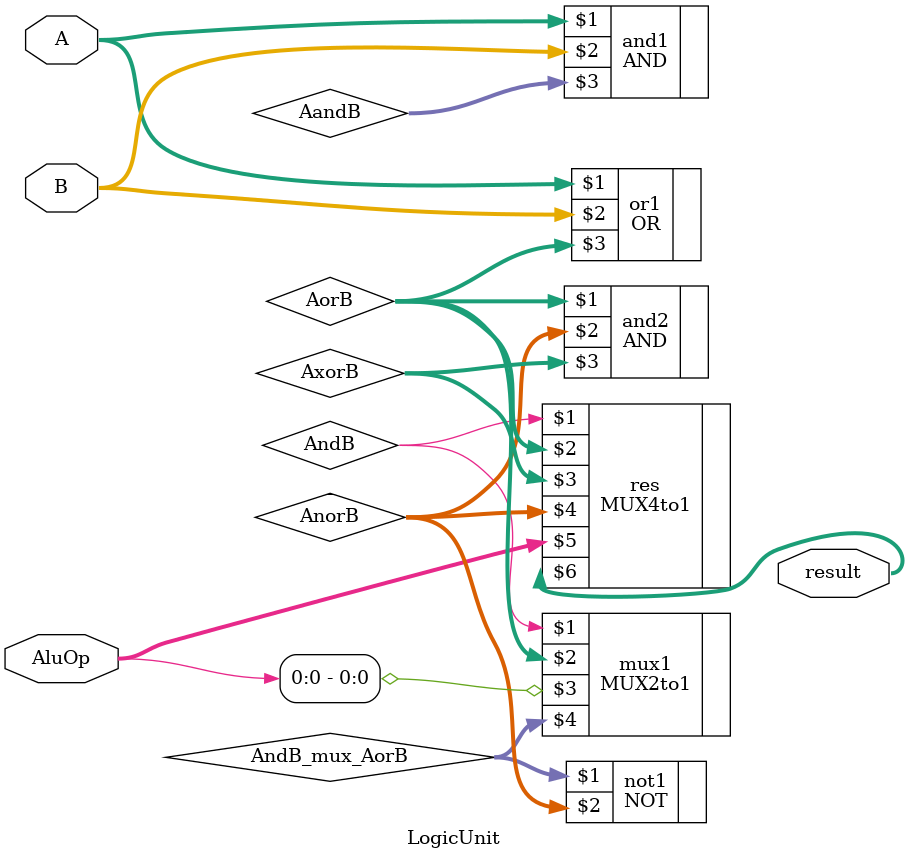
<source format=sv>
`timescale 1ns / 1ps


module LogicUnit(
    input  [31:0] A,
    input  [31:0] B,
    input [1:0] AluOp,
    output  [31:0] result
    );  
    logic [31:0] AandB;
    logic [31:0] AorB;
    logic [31:0] AndB_mux_AorB;
    logic [31:0] AnorB;
    logic [31:0] AxorB;
    
    AND and1(A,B,AandB);
    OR or1(A,B, AorB);
    MUX2to1 mux1(AndB, AorB, AluOp[0], AndB_mux_AorB);
    NOT not1(AndB_mux_AorB, AnorB);
    AND and2(AorB, AnorB, AxorB);
    
    MUX4to1 res(AndB, AorB, AxorB, AnorB, AluOp, result );
endmodule

</source>
